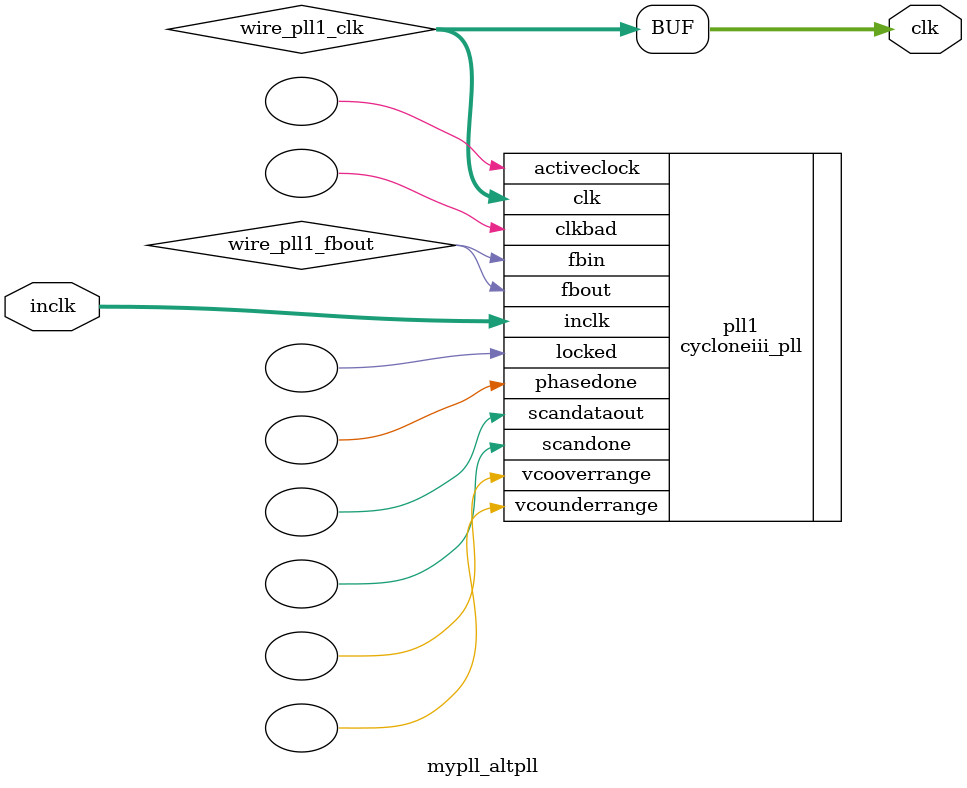
<source format=v>






//synthesis_resources = cycloneiii_pll 1 
//synopsys translate_off
`timescale 1 ps / 1 ps
//synopsys translate_on
module  mypll_altpll
	( 
	clk,
	inclk) /* synthesis synthesis_clearbox=1 */;
	output   [4:0]  clk;
	input   [1:0]  inclk;
`ifndef ALTERA_RESERVED_QIS
// synopsys translate_off
`endif
	tri0   [1:0]  inclk;
`ifndef ALTERA_RESERVED_QIS
// synopsys translate_on
`endif

	wire  [4:0]   wire_pll1_clk;
	wire  wire_pll1_fbout;

	cycloneiii_pll   pll1
	( 
	.activeclock(),
	.clk(wire_pll1_clk),
	.clkbad(),
	.fbin(wire_pll1_fbout),
	.fbout(wire_pll1_fbout),
	.inclk(inclk),
	.locked(),
	.phasedone(),
	.scandataout(),
	.scandone(),
	.vcooverrange(),
	.vcounderrange()
	`ifndef FORMAL_VERIFICATION
	// synopsys translate_off
	`endif
	,
	.areset(1'b0),
	.clkswitch(1'b0),
	.configupdate(1'b0),
	.pfdena(1'b1),
	.phasecounterselect({3{1'b0}}),
	.phasestep(1'b0),
	.phaseupdown(1'b0),
	.scanclk(1'b0),
	.scanclkena(1'b1),
	.scandata(1'b0)
	`ifndef FORMAL_VERIFICATION
	// synopsys translate_on
	`endif
	);
	defparam
		pll1.bandwidth_type = "auto",
		pll1.clk0_divide_by = 9,
		pll1.clk0_duty_cycle = 50,
		pll1.clk0_multiply_by = 11,
		pll1.clk0_phase_shift = "0",
		pll1.compensate_clock = "clk0",
		pll1.inclk0_input_frequency = 37037,
		pll1.operation_mode = "normal",
		pll1.pll_type = "auto",
		pll1.lpm_type = "cycloneiii_pll";
	assign
		clk = {wire_pll1_clk[4:0]};
endmodule //mypll_altpll
//VALID FILE

</source>
